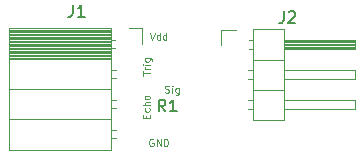
<source format=gbr>
G04 #@! TF.GenerationSoftware,KiCad,Pcbnew,5.1.4-e60b266~84~ubuntu18.04.1*
G04 #@! TF.CreationDate,2019-11-10T19:20:38-05:00*
G04 #@! TF.ProjectId,Ultrasonic_4pin_to_3pin_2.54,556c7472-6173-46f6-9e69-635f3470696e,rev?*
G04 #@! TF.SameCoordinates,Original*
G04 #@! TF.FileFunction,Legend,Top*
G04 #@! TF.FilePolarity,Positive*
%FSLAX46Y46*%
G04 Gerber Fmt 4.6, Leading zero omitted, Abs format (unit mm)*
G04 Created by KiCad (PCBNEW 5.1.4-e60b266~84~ubuntu18.04.1) date 2019-11-10 19:20:38*
%MOMM*%
%LPD*%
G04 APERTURE LIST*
%ADD10C,0.100000*%
%ADD11C,0.120000*%
%ADD12C,0.150000*%
G04 APERTURE END LIST*
D10*
X99614285Y-57442857D02*
X99700000Y-57471428D01*
X99842857Y-57471428D01*
X99900000Y-57442857D01*
X99928571Y-57414285D01*
X99957142Y-57357142D01*
X99957142Y-57300000D01*
X99928571Y-57242857D01*
X99900000Y-57214285D01*
X99842857Y-57185714D01*
X99728571Y-57157142D01*
X99671428Y-57128571D01*
X99642857Y-57100000D01*
X99614285Y-57042857D01*
X99614285Y-56985714D01*
X99642857Y-56928571D01*
X99671428Y-56900000D01*
X99728571Y-56871428D01*
X99871428Y-56871428D01*
X99957142Y-56900000D01*
X100214285Y-57471428D02*
X100214285Y-57071428D01*
X100214285Y-56871428D02*
X100185714Y-56900000D01*
X100214285Y-56928571D01*
X100242857Y-56900000D01*
X100214285Y-56871428D01*
X100214285Y-56928571D01*
X100757142Y-57071428D02*
X100757142Y-57557142D01*
X100728571Y-57614285D01*
X100700000Y-57642857D01*
X100642857Y-57671428D01*
X100557142Y-57671428D01*
X100500000Y-57642857D01*
X100757142Y-57442857D02*
X100700000Y-57471428D01*
X100585714Y-57471428D01*
X100528571Y-57442857D01*
X100500000Y-57414285D01*
X100471428Y-57357142D01*
X100471428Y-57185714D01*
X100500000Y-57128571D01*
X100528571Y-57100000D01*
X100585714Y-57071428D01*
X100700000Y-57071428D01*
X100757142Y-57100000D01*
X98317142Y-52376428D02*
X98517142Y-52976428D01*
X98717142Y-52376428D01*
X99174285Y-52976428D02*
X99174285Y-52376428D01*
X99174285Y-52947857D02*
X99117142Y-52976428D01*
X99002857Y-52976428D01*
X98945714Y-52947857D01*
X98917142Y-52919285D01*
X98888571Y-52862142D01*
X98888571Y-52690714D01*
X98917142Y-52633571D01*
X98945714Y-52605000D01*
X99002857Y-52576428D01*
X99117142Y-52576428D01*
X99174285Y-52605000D01*
X99717142Y-52976428D02*
X99717142Y-52376428D01*
X99717142Y-52947857D02*
X99660000Y-52976428D01*
X99545714Y-52976428D01*
X99488571Y-52947857D01*
X99460000Y-52919285D01*
X99431428Y-52862142D01*
X99431428Y-52690714D01*
X99460000Y-52633571D01*
X99488571Y-52605000D01*
X99545714Y-52576428D01*
X99660000Y-52576428D01*
X99717142Y-52605000D01*
X97715428Y-56016428D02*
X97715428Y-55673571D01*
X98315428Y-55845000D02*
X97715428Y-55845000D01*
X98315428Y-55473571D02*
X97915428Y-55473571D01*
X98029714Y-55473571D02*
X97972571Y-55445000D01*
X97944000Y-55416428D01*
X97915428Y-55359285D01*
X97915428Y-55302142D01*
X98315428Y-55102142D02*
X97915428Y-55102142D01*
X97715428Y-55102142D02*
X97744000Y-55130714D01*
X97772571Y-55102142D01*
X97744000Y-55073571D01*
X97715428Y-55102142D01*
X97772571Y-55102142D01*
X97915428Y-54559285D02*
X98401142Y-54559285D01*
X98458285Y-54587857D01*
X98486857Y-54616428D01*
X98515428Y-54673571D01*
X98515428Y-54759285D01*
X98486857Y-54816428D01*
X98286857Y-54559285D02*
X98315428Y-54616428D01*
X98315428Y-54730714D01*
X98286857Y-54787857D01*
X98258285Y-54816428D01*
X98201142Y-54845000D01*
X98029714Y-54845000D01*
X97972571Y-54816428D01*
X97944000Y-54787857D01*
X97915428Y-54730714D01*
X97915428Y-54616428D01*
X97944000Y-54559285D01*
X98001142Y-59602571D02*
X98001142Y-59402571D01*
X98315428Y-59316857D02*
X98315428Y-59602571D01*
X97715428Y-59602571D01*
X97715428Y-59316857D01*
X98286857Y-58802571D02*
X98315428Y-58859714D01*
X98315428Y-58974000D01*
X98286857Y-59031142D01*
X98258285Y-59059714D01*
X98201142Y-59088285D01*
X98029714Y-59088285D01*
X97972571Y-59059714D01*
X97944000Y-59031142D01*
X97915428Y-58974000D01*
X97915428Y-58859714D01*
X97944000Y-58802571D01*
X98315428Y-58545428D02*
X97715428Y-58545428D01*
X98315428Y-58288285D02*
X98001142Y-58288285D01*
X97944000Y-58316857D01*
X97915428Y-58374000D01*
X97915428Y-58459714D01*
X97944000Y-58516857D01*
X97972571Y-58545428D01*
X98315428Y-57916857D02*
X98286857Y-57974000D01*
X98258285Y-58002571D01*
X98201142Y-58031142D01*
X98029714Y-58031142D01*
X97972571Y-58002571D01*
X97944000Y-57974000D01*
X97915428Y-57916857D01*
X97915428Y-57831142D01*
X97944000Y-57774000D01*
X97972571Y-57745428D01*
X98029714Y-57716857D01*
X98201142Y-57716857D01*
X98258285Y-57745428D01*
X98286857Y-57774000D01*
X98315428Y-57831142D01*
X98315428Y-57916857D01*
X98602857Y-61422000D02*
X98545714Y-61393428D01*
X98460000Y-61393428D01*
X98374285Y-61422000D01*
X98317142Y-61479142D01*
X98288571Y-61536285D01*
X98260000Y-61650571D01*
X98260000Y-61736285D01*
X98288571Y-61850571D01*
X98317142Y-61907714D01*
X98374285Y-61964857D01*
X98460000Y-61993428D01*
X98517142Y-61993428D01*
X98602857Y-61964857D01*
X98631428Y-61936285D01*
X98631428Y-61736285D01*
X98517142Y-61736285D01*
X98888571Y-61993428D02*
X98888571Y-61393428D01*
X99231428Y-61993428D01*
X99231428Y-61393428D01*
X99517142Y-61993428D02*
X99517142Y-61393428D01*
X99660000Y-61393428D01*
X99745714Y-61422000D01*
X99802857Y-61479142D01*
X99831428Y-61536285D01*
X99860000Y-61650571D01*
X99860000Y-61736285D01*
X99831428Y-61850571D01*
X99802857Y-61907714D01*
X99745714Y-61964857D01*
X99660000Y-61993428D01*
X99517142Y-61993428D01*
D11*
X86430000Y-52130000D02*
X95060000Y-52130000D01*
X86430000Y-52248095D02*
X95060000Y-52248095D01*
X86430000Y-52366190D02*
X95060000Y-52366190D01*
X86430000Y-52484285D02*
X95060000Y-52484285D01*
X86430000Y-52602380D02*
X95060000Y-52602380D01*
X86430000Y-52720475D02*
X95060000Y-52720475D01*
X86430000Y-52838570D02*
X95060000Y-52838570D01*
X86430000Y-52956665D02*
X95060000Y-52956665D01*
X86430000Y-53074760D02*
X95060000Y-53074760D01*
X86430000Y-53192855D02*
X95060000Y-53192855D01*
X86430000Y-53310950D02*
X95060000Y-53310950D01*
X86430000Y-53429045D02*
X95060000Y-53429045D01*
X86430000Y-53547140D02*
X95060000Y-53547140D01*
X86430000Y-53665235D02*
X95060000Y-53665235D01*
X86430000Y-53783330D02*
X95060000Y-53783330D01*
X86430000Y-53901425D02*
X95060000Y-53901425D01*
X86430000Y-54019520D02*
X95060000Y-54019520D01*
X86430000Y-54137615D02*
X95060000Y-54137615D01*
X86430000Y-54255710D02*
X95060000Y-54255710D01*
X86430000Y-54373805D02*
X95060000Y-54373805D01*
X86430000Y-54491900D02*
X95060000Y-54491900D01*
X95060000Y-52980000D02*
X95410000Y-52980000D01*
X95060000Y-53700000D02*
X95410000Y-53700000D01*
X95060000Y-55520000D02*
X95470000Y-55520000D01*
X95060000Y-56240000D02*
X95470000Y-56240000D01*
X95060000Y-58060000D02*
X95470000Y-58060000D01*
X95060000Y-58780000D02*
X95470000Y-58780000D01*
X95060000Y-60600000D02*
X95470000Y-60600000D01*
X95060000Y-61320000D02*
X95470000Y-61320000D01*
X86430000Y-54610000D02*
X95060000Y-54610000D01*
X86430000Y-57150000D02*
X95060000Y-57150000D01*
X86430000Y-59690000D02*
X95060000Y-59690000D01*
X86430000Y-52010000D02*
X95060000Y-52010000D01*
X95060000Y-52010000D02*
X95060000Y-62290000D01*
X86430000Y-62290000D02*
X95060000Y-62290000D01*
X86430000Y-52010000D02*
X86430000Y-62290000D01*
X97630000Y-52010000D02*
X97630000Y-53340000D01*
X96520000Y-52010000D02*
X97630000Y-52010000D01*
X107040000Y-52070000D02*
X107040000Y-59810000D01*
X107040000Y-59810000D02*
X109700000Y-59810000D01*
X109700000Y-59810000D02*
X109700000Y-52070000D01*
X109700000Y-52070000D02*
X107040000Y-52070000D01*
X109700000Y-53020000D02*
X115700000Y-53020000D01*
X115700000Y-53020000D02*
X115700000Y-53780000D01*
X115700000Y-53780000D02*
X109700000Y-53780000D01*
X109700000Y-53080000D02*
X115700000Y-53080000D01*
X109700000Y-53200000D02*
X115700000Y-53200000D01*
X109700000Y-53320000D02*
X115700000Y-53320000D01*
X109700000Y-53440000D02*
X115700000Y-53440000D01*
X109700000Y-53560000D02*
X115700000Y-53560000D01*
X109700000Y-53680000D02*
X115700000Y-53680000D01*
X106710000Y-53020000D02*
X107040000Y-53020000D01*
X106710000Y-53780000D02*
X107040000Y-53780000D01*
X107040000Y-54670000D02*
X109700000Y-54670000D01*
X109700000Y-55560000D02*
X115700000Y-55560000D01*
X115700000Y-55560000D02*
X115700000Y-56320000D01*
X115700000Y-56320000D02*
X109700000Y-56320000D01*
X106642929Y-55560000D02*
X107040000Y-55560000D01*
X106642929Y-56320000D02*
X107040000Y-56320000D01*
X107040000Y-57210000D02*
X109700000Y-57210000D01*
X109700000Y-58100000D02*
X115700000Y-58100000D01*
X115700000Y-58100000D02*
X115700000Y-58860000D01*
X115700000Y-58860000D02*
X109700000Y-58860000D01*
X106642929Y-58100000D02*
X107040000Y-58100000D01*
X106642929Y-58860000D02*
X107040000Y-58860000D01*
X104330000Y-53400000D02*
X104330000Y-52130000D01*
X104330000Y-52130000D02*
X105600000Y-52130000D01*
D12*
X91806666Y-50022380D02*
X91806666Y-50736666D01*
X91759047Y-50879523D01*
X91663809Y-50974761D01*
X91520952Y-51022380D01*
X91425714Y-51022380D01*
X92806666Y-51022380D02*
X92235238Y-51022380D01*
X92520952Y-51022380D02*
X92520952Y-50022380D01*
X92425714Y-50165238D01*
X92330476Y-50260476D01*
X92235238Y-50308095D01*
X109651666Y-50582380D02*
X109651666Y-51296666D01*
X109604047Y-51439523D01*
X109508809Y-51534761D01*
X109365952Y-51582380D01*
X109270714Y-51582380D01*
X110080238Y-50677619D02*
X110127857Y-50630000D01*
X110223095Y-50582380D01*
X110461190Y-50582380D01*
X110556428Y-50630000D01*
X110604047Y-50677619D01*
X110651666Y-50772857D01*
X110651666Y-50868095D01*
X110604047Y-51010952D01*
X110032619Y-51582380D01*
X110651666Y-51582380D01*
X99633333Y-59052380D02*
X99300000Y-58576190D01*
X99061904Y-59052380D02*
X99061904Y-58052380D01*
X99442857Y-58052380D01*
X99538095Y-58100000D01*
X99585714Y-58147619D01*
X99633333Y-58242857D01*
X99633333Y-58385714D01*
X99585714Y-58480952D01*
X99538095Y-58528571D01*
X99442857Y-58576190D01*
X99061904Y-58576190D01*
X100585714Y-59052380D02*
X100014285Y-59052380D01*
X100300000Y-59052380D02*
X100300000Y-58052380D01*
X100204761Y-58195238D01*
X100109523Y-58290476D01*
X100014285Y-58338095D01*
M02*

</source>
